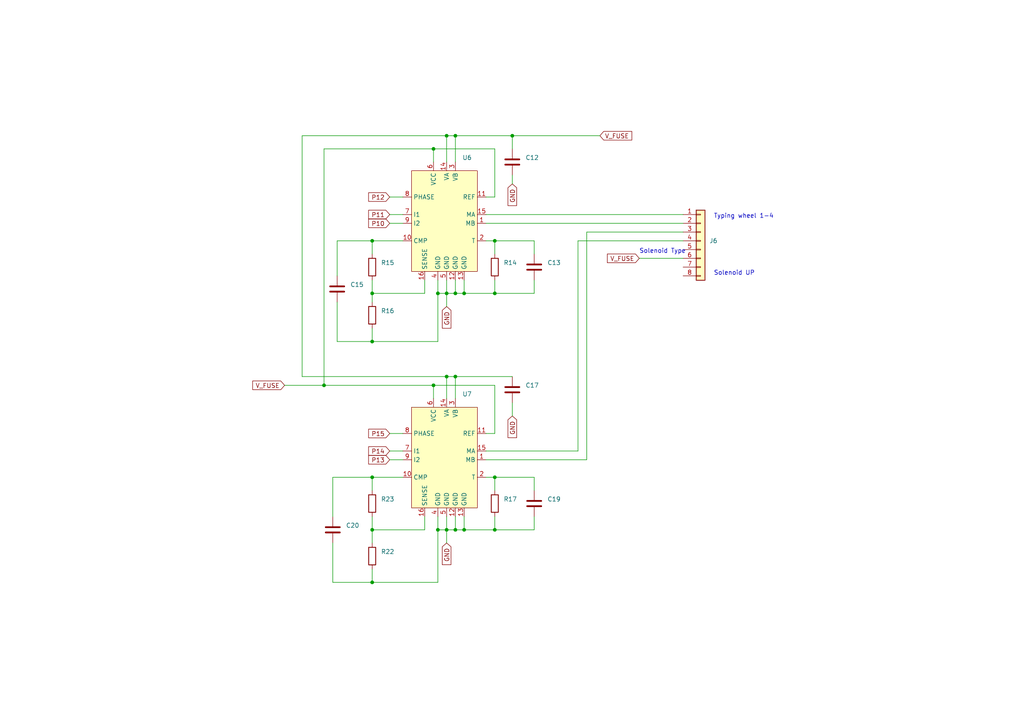
<source format=kicad_sch>
(kicad_sch (version 20211123) (generator eeschema)
  (paper "A4")
  (lib_symbols
    (symbol "Connector_Generic:Conn_01x08" (pin_names (offset 1.016) hide)
      (property "Reference" "J" (at 0 10.16 0))
      (property "Value" "Conn_01x08" (at 0 -12.7 0))
      (symbol "Conn_01x08_1_1"
        (rectangle (start -1.27 -10.033) (end 0 -10.287) (stroke (width 0.1524)))
        (rectangle (start -1.27 -7.493) (end 0 -7.747) (stroke (width 0.1524)))
        (rectangle (start -1.27 -4.953) (end 0 -5.207) (stroke (width 0.1524)))
        (rectangle (start -1.27 -2.413) (end 0 -2.667) (stroke (width 0.1524)))
        (rectangle (start -1.27 0.127) (end 0 -0.127) (stroke (width 0.1524)))
        (rectangle (start -1.27 2.667) (end 0 2.413) (stroke (width 0.1524)))
        (rectangle (start -1.27 5.207) (end 0 4.953) (stroke (width 0.1524)))
        (rectangle (start -1.27 7.747) (end 0 7.493) (stroke (width 0.1524)))
        (rectangle (start -1.27 8.89) (end 1.27 -11.43) (stroke (width 0.254)) (fill (type background)))
        (pin passive line (at -5.08 7.62 0) (length 3.81) (name "Pin_1") (number "1"))
        (pin passive line (at -5.08 5.08 0) (length 3.81) (name "Pin_2") (number "2"))
        (pin passive line (at -5.08 2.54 0) (length 3.81) (name "Pin_3") (number "3"))
        (pin passive line (at -5.08 0 0) (length 3.81) (name "Pin_4") (number "4"))
        (pin passive line (at -5.08 -2.54 0) (length 3.81) (name "Pin_5") (number "5"))
        (pin passive line (at -5.08 -5.08 0) (length 3.81) (name "Pin_6") (number "6"))
        (pin passive line (at -5.08 -7.62 0) (length 3.81) (name "Pin_7") (number "7"))
        (pin passive line (at -5.08 -10.16 0) (length 3.81) (name "Pin_8") (number "8"))
      )
    )
    (symbol "Device:C" (pin_numbers hide) (pin_names (offset 0.254))
      (property "Reference" "C" (at 0.635 2.54 0))
      (property "Value" "C" (at 0.635 -2.54 0))
      (symbol "C_0_1"
        (polyline (pts (xy -2.032 -0.762) (xy 2.032 -0.762)) (stroke (width 0.508)))
        (polyline (pts (xy -2.032 0.762) (xy 2.032 0.762)) (stroke (width 0.508)))
      )
      (symbol "C_1_1"
        (pin passive line (at 0 3.81 270) (length 2.794) (name "~") (number "1"))
        (pin passive line (at 0 -3.81 90) (length 2.794) (name "~") (number "2"))
      )
    )
    (symbol "Device:R" (pin_numbers hide) (pin_names (offset 0))
      (property "Reference" "R" (at 2.032 0 90))
      (property "Value" "R" (at 0 0 90))
      (symbol "R_0_1"
        (rectangle (start -1.016 -2.54) (end 1.016 2.54) (stroke (width 0.254)))
      )
      (symbol "R_1_1"
        (pin passive line (at 0 3.81 270) (length 1.27) (name "~") (number "1"))
        (pin passive line (at 0 -3.81 90) (length 1.27) (name "~") (number "2"))
      )
    )
    (symbol "et55:TEA3717"
      (property "Reference" "U" (at -10.16 15.24 0))
      (property "Value" "TEA3717" (at 8.89 15.24 0))
      (symbol "TEA3717_0_1"
        (rectangle (start -10.16 13.97) (end 8.89 -15.24) (fill (type background)))
      )
      (symbol "TEA3717_1_1"
        (pin power_out line (at 11.43 -1.27 180) (length 2.54) (name "MB") (number "1"))
        (pin input line (at -12.7 -6.35 0) (length 2.54) (name "CMP") (number "10"))
        (pin power_in line (at 11.43 6.35 180) (length 2.54) (name "REF") (number "11"))
        (pin power_in line (at 2.54 -17.78 90) (length 2.54) (name "GND") (number "12"))
        (pin power_in line (at 5.08 -17.78 90) (length 2.54) (name "GND") (number "13"))
        (pin power_in line (at 0 16.51 270) (length 2.54) (name "VA") (number "14"))
        (pin power_out line (at 11.43 1.27 180) (length 2.54) (name "MA") (number "15"))
        (pin input line (at -6.35 -17.78 90) (length 2.54) (name "SENSE") (number "16"))
        (pin input line (at 11.43 -6.35 180) (length 2.54) (name "T") (number "2"))
        (pin power_in line (at 2.54 16.51 270) (length 2.54) (name "VB") (number "3"))
        (pin power_in line (at -2.54 -17.78 90) (length 2.54) (name "GND") (number "4"))
        (pin power_in line (at 0 -17.78 90) (length 2.54) (name "GND") (number "5"))
        (pin power_in line (at -3.81 16.51 270) (length 2.54) (name "VCC") (number "6"))
        (pin input line (at -12.7 1.27 0) (length 2.54) (name "I1") (number "7"))
        (pin input line (at -12.7 6.35 0) (length 2.54) (name "PHASE") (number "8"))
        (pin input line (at -12.7 -1.27 0) (length 2.54) (name "I2") (number "9"))
      )
    )
  )
  (junction (at 127 153.67))
  (junction (at 107.95 85.09))
  (junction (at 143.51 85.09))
  (junction (at 125.73 111.76))
  (junction (at 132.08 153.67))
  (junction (at 132.08 85.09))
  (junction (at 129.54 109.22))
  (junction (at 143.51 153.67))
  (junction (at 129.54 39.37))
  (junction (at 148.59 39.37))
  (junction (at 93.98 111.76))
  (junction (at 127 85.09))
  (junction (at 107.95 69.85))
  (junction (at 132.08 109.22))
  (junction (at 129.54 85.09))
  (junction (at 107.95 99.06))
  (junction (at 129.54 153.67))
  (junction (at 143.51 138.43))
  (junction (at 107.95 168.91))
  (junction (at 107.95 138.43))
  (junction (at 107.95 153.67))
  (junction (at 134.62 153.67))
  (junction (at 132.08 39.37))
  (junction (at 125.73 43.18))
  (junction (at 134.62 85.09))
  (junction (at 143.51 69.85))
  (wire (pts (xy 132.08 39.37) (xy 148.59 39.37)))
  (wire (pts (xy 82.55 111.76) (xy 93.98 111.76)))
  (wire (pts (xy 127 153.67) (xy 129.54 153.67)))
  (wire (pts (xy 97.79 87.63) (xy 97.79 99.06)))
  (wire (pts (xy 123.19 153.67) (xy 123.19 149.86)))
  (wire (pts (xy 154.94 69.85) (xy 143.51 69.85)))
  (wire (pts (xy 129.54 39.37) (xy 132.08 39.37)))
  (wire (pts (xy 127 149.86) (xy 127 153.67)))
  (wire (pts (xy 154.94 138.43) (xy 143.51 138.43)))
  (wire (pts (xy 129.54 85.09) (xy 129.54 81.28)))
  (wire (pts (xy 143.51 85.09) (xy 154.94 85.09)))
  (wire (pts (xy 87.63 39.37) (xy 129.54 39.37)))
  (wire (pts (xy 134.62 81.28) (xy 134.62 85.09)))
  (wire (pts (xy 107.95 149.86) (xy 107.95 153.67)))
  (wire (pts (xy 93.98 43.18) (xy 93.98 111.76)))
  (wire (pts (xy 143.51 149.86) (xy 143.51 153.67)))
  (wire (pts (xy 154.94 149.86) (xy 154.94 153.67)))
  (wire (pts (xy 143.51 125.73) (xy 140.97 125.73)))
  (wire (pts (xy 107.95 168.91) (xy 127 168.91)))
  (wire (pts (xy 148.59 109.22) (xy 132.08 109.22)))
  (wire (pts (xy 143.51 43.18) (xy 143.51 57.15)))
  (wire (pts (xy 127 81.28) (xy 127 85.09)))
  (wire (pts (xy 143.51 57.15) (xy 140.97 57.15)))
  (wire (pts (xy 113.03 133.35) (xy 116.84 133.35)))
  (wire (pts (xy 125.73 115.57) (xy 125.73 111.76)))
  (wire (pts (xy 143.51 111.76) (xy 143.51 125.73)))
  (wire (pts (xy 113.03 57.15) (xy 116.84 57.15)))
  (wire (pts (xy 143.51 142.24) (xy 143.51 138.43)))
  (wire (pts (xy 97.79 80.01) (xy 97.79 69.85)))
  (wire (pts (xy 132.08 115.57) (xy 132.08 109.22)))
  (wire (pts (xy 113.03 125.73) (xy 116.84 125.73)))
  (wire (pts (xy 107.95 165.1) (xy 107.95 168.91)))
  (wire (pts (xy 143.51 85.09) (xy 134.62 85.09)))
  (wire (pts (xy 129.54 153.67) (xy 132.08 153.67)))
  (wire (pts (xy 143.51 153.67) (xy 134.62 153.67)))
  (wire (pts (xy 143.51 69.85) (xy 140.97 69.85)))
  (wire (pts (xy 125.73 43.18) (xy 143.51 43.18)))
  (wire (pts (xy 96.52 149.86) (xy 96.52 138.43)))
  (wire (pts (xy 134.62 85.09) (xy 132.08 85.09)))
  (wire (pts (xy 143.51 153.67) (xy 154.94 153.67)))
  (wire (pts (xy 125.73 46.99) (xy 125.73 43.18)))
  (wire (pts (xy 107.95 95.25) (xy 107.95 99.06)))
  (wire (pts (xy 132.08 46.99) (xy 132.08 39.37)))
  (wire (pts (xy 154.94 73.66) (xy 154.94 69.85)))
  (wire (pts (xy 129.54 85.09) (xy 132.08 85.09)))
  (wire (pts (xy 96.52 157.48) (xy 96.52 168.91)))
  (wire (pts (xy 123.19 85.09) (xy 123.19 81.28)))
  (wire (pts (xy 148.59 39.37) (xy 173.99 39.37)))
  (wire (pts (xy 143.51 73.66) (xy 143.51 69.85)))
  (wire (pts (xy 127 99.06) (xy 127 85.09)))
  (wire (pts (xy 134.62 153.67) (xy 132.08 153.67)))
  (wire (pts (xy 113.03 62.23) (xy 116.84 62.23)))
  (wire (pts (xy 167.64 69.85) (xy 198.12 69.85)))
  (wire (pts (xy 140.97 133.35) (xy 170.18 133.35)))
  (wire (pts (xy 113.03 64.77) (xy 116.84 64.77)))
  (wire (pts (xy 154.94 81.28) (xy 154.94 85.09)))
  (wire (pts (xy 167.64 130.81) (xy 167.64 69.85)))
  (wire (pts (xy 107.95 138.43) (xy 107.95 142.24)))
  (wire (pts (xy 97.79 69.85) (xy 107.95 69.85)))
  (wire (pts (xy 113.03 130.81) (xy 116.84 130.81)))
  (wire (pts (xy 185.42 74.93) (xy 198.12 74.93)))
  (wire (pts (xy 129.54 46.99) (xy 129.54 39.37)))
  (wire (pts (xy 170.18 133.35) (xy 170.18 67.31)))
  (wire (pts (xy 107.95 153.67) (xy 107.95 157.48)))
  (wire (pts (xy 97.79 99.06) (xy 107.95 99.06)))
  (wire (pts (xy 107.95 69.85) (xy 107.95 73.66)))
  (wire (pts (xy 129.54 85.09) (xy 129.54 88.9)))
  (wire (pts (xy 125.73 43.18) (xy 93.98 43.18)))
  (wire (pts (xy 140.97 64.77) (xy 198.12 64.77)))
  (wire (pts (xy 129.54 153.67) (xy 129.54 157.48)))
  (wire (pts (xy 129.54 153.67) (xy 129.54 149.86)))
  (wire (pts (xy 96.52 168.91) (xy 107.95 168.91)))
  (wire (pts (xy 148.59 116.84) (xy 148.59 120.65)))
  (wire (pts (xy 107.95 85.09) (xy 107.95 87.63)))
  (wire (pts (xy 143.51 81.28) (xy 143.51 85.09)))
  (wire (pts (xy 148.59 43.18) (xy 148.59 39.37)))
  (wire (pts (xy 96.52 138.43) (xy 107.95 138.43)))
  (wire (pts (xy 127 85.09) (xy 129.54 85.09)))
  (wire (pts (xy 129.54 109.22) (xy 87.63 109.22)))
  (wire (pts (xy 87.63 109.22) (xy 87.63 39.37)))
  (wire (pts (xy 107.95 99.06) (xy 127 99.06)))
  (wire (pts (xy 140.97 130.81) (xy 167.64 130.81)))
  (wire (pts (xy 107.95 138.43) (xy 116.84 138.43)))
  (wire (pts (xy 125.73 111.76) (xy 143.51 111.76)))
  (wire (pts (xy 132.08 109.22) (xy 129.54 109.22)))
  (wire (pts (xy 170.18 67.31) (xy 198.12 67.31)))
  (wire (pts (xy 132.08 81.28) (xy 132.08 85.09)))
  (wire (pts (xy 148.59 50.8) (xy 148.59 53.34)))
  (wire (pts (xy 107.95 153.67) (xy 123.19 153.67)))
  (wire (pts (xy 107.95 69.85) (xy 116.84 69.85)))
  (wire (pts (xy 93.98 111.76) (xy 125.73 111.76)))
  (wire (pts (xy 107.95 81.28) (xy 107.95 85.09)))
  (wire (pts (xy 132.08 149.86) (xy 132.08 153.67)))
  (wire (pts (xy 154.94 142.24) (xy 154.94 138.43)))
  (wire (pts (xy 127 168.91) (xy 127 153.67)))
  (wire (pts (xy 140.97 62.23) (xy 198.12 62.23)))
  (wire (pts (xy 134.62 149.86) (xy 134.62 153.67)))
  (wire (pts (xy 129.54 115.57) (xy 129.54 109.22)))
  (wire (pts (xy 107.95 85.09) (xy 123.19 85.09)))
  (wire (pts (xy 143.51 138.43) (xy 140.97 138.43)))
  (text "Typing wheel 1-4" (at 207.01 63.5 0) (effects (font (size 1.27 1.27)) (justify left bottom)))
  (text "Solenoid UP" (at 207.01 80.01 0) (effects (font (size 1.27 1.27)) (justify left bottom)))
  (text "Solenoid Type" (at 185.42 73.66 0) (effects (font (size 1.27 1.27)) (justify left bottom)))
  (global_label "GND" (shape input) (at 129.54 157.48 270) (property "Intersheet References" "${INTERSHEET_REFS}" (effects hide)))
  (global_label "V_FUSE" (shape input) (at 173.99 39.37 0) (property "Intersheet References" "${INTERSHEET_REFS}" (effects hide)))
  (global_label "P15" (shape input) (at 113.03 125.73 180) (property "Intersheet References" "${INTERSHEET_REFS}" (effects hide)))
  (global_label "V_FUSE" (shape input) (at 82.55 111.76 180) (property "Intersheet References" "${INTERSHEET_REFS}" (effects hide)))
  (global_label "GND" (shape input) (at 148.59 53.34 270) (property "Intersheet References" "${INTERSHEET_REFS}" (effects hide)))
  (global_label "P11" (shape input) (at 113.03 62.23 180) (property "Intersheet References" "${INTERSHEET_REFS}" (effects hide)))
  (global_label "P13" (shape input) (at 113.03 133.35 180) (property "Intersheet References" "${INTERSHEET_REFS}" (effects hide)))
  (global_label "P14" (shape input) (at 113.03 130.81 180) (property "Intersheet References" "${INTERSHEET_REFS}" (effects hide)))
  (global_label "V_FUSE" (shape input) (at 185.42 74.93 180) (property "Intersheet References" "${INTERSHEET_REFS}" (effects hide)))
  (global_label "P10" (shape input) (at 113.03 64.77 180) (property "Intersheet References" "${INTERSHEET_REFS}" (effects hide)))
  (global_label "GND" (shape input) (at 129.54 88.9 270) (property "Intersheet References" "${INTERSHEET_REFS}" (effects hide)))
  (global_label "GND" (shape input) (at 148.59 120.65 270) (property "Intersheet References" "${INTERSHEET_REFS}" (effects hide)))
  (global_label "P12" (shape input) (at 113.03 57.15 180) (property "Intersheet References" "${INTERSHEET_REFS}" (effects hide)))
  (symbol (lib_id "Device:R") (at 143.51 77.47 0) (unit 1)
    (property "Reference" "R14" (at 146.05 76.1999 0) (effects (justify left)))
    (property "Tolerance" "5%" (effects hide))
  )
  (symbol (lib_id "Device:C") (at 97.79 83.82 0) (unit 1)
    (property "Reference" "C15" (at 101.6 82.5499 0) (effects (justify left)))
    (property "Board" "A5E 104 MAA 115" (effects hide))
  )
  (symbol (lib_id "Connector_Generic:Conn_01x08") (at 203.2 69.85 0) (unit 1)
    (property "Reference" "J6" (at 205.74 69.8499 0) (effects (justify left)))
  )
  (symbol (lib_id "Device:R") (at 107.95 161.29 0) (unit 1)
    (property "Reference" "R22" (at 110.49 160.0199 0) (effects (justify left)))
    (property "Tolerance" "2%" (effects hide))
  )
  (symbol (lib_id "Device:C") (at 148.59 113.03 0) (unit 1)
    (property "Reference" "C17" (at 152.4 111.7599 0) (effects (justify left)))
    (property "Board" "A5E 104 MAA 115" (effects hide))
  )
  (symbol (lib_id "et55:TEA3717") (at 129.54 63.5 0) (unit 1)
    (property "Reference" "U6" (at 134.0994 45.72 0) (effects (justify left)))
  )
  (symbol (lib_id "Device:R") (at 107.95 146.05 0) (unit 1)
    (property "Reference" "R23" (at 110.49 144.7799 0) (effects (justify left)))
    (property "Tolerance" "5%" (effects hide))
  )
  (symbol (lib_id "Device:C") (at 154.94 146.05 0) (unit 1)
    (property "Reference" "C19" (at 158.75 144.7799 0) (effects (justify left)))
    (property "Board" "A5E 104 MAA 115" (effects hide))
  )
  (symbol (lib_id "Device:C") (at 148.59 46.99 0) (unit 1)
    (property "Reference" "C12" (at 152.4 45.7199 0) (effects (justify left)))
    (property "Board" "A5E 104 MAA 115" (effects hide))
  )
  (symbol (lib_id "Device:R") (at 107.95 77.47 0) (unit 1)
    (property "Reference" "R15" (at 110.49 76.1999 0) (effects (justify left)))
    (property "Tolerance" "5%" (effects hide))
  )
  (symbol (lib_id "Device:C") (at 154.94 77.47 0) (unit 1)
    (property "Reference" "C13" (at 158.75 76.1999 0) (effects (justify left)))
    (property "Board" "A5E 104 MAA 115" (effects hide))
  )
  (symbol (lib_id "et55:TEA3717") (at 129.54 132.08 0) (unit 1)
    (property "Reference" "U7" (at 134.0994 114.3 0) (effects (justify left)))
  )
  (symbol (lib_id "Device:R") (at 143.51 146.05 0) (unit 1)
    (property "Reference" "R17" (at 146.05 144.7799 0) (effects (justify left)))
    (property "Tolerance" "5%" (effects hide))
  )
  (symbol (lib_id "Device:R") (at 107.95 91.44 0) (unit 1)
    (property "Reference" "R16" (at 110.49 90.1699 0) (effects (justify left)))
    (property "Tolerence" "2%" (effects hide))
  )
  (symbol (lib_id "Device:C") (at 96.52 153.67 0) (unit 1)
    (property "Reference" "C20" (at 100.33 152.3999 0) (effects (justify left)))
    (property "Board" "A5E 104 MAA 115" (effects hide))
  )
)
</source>
